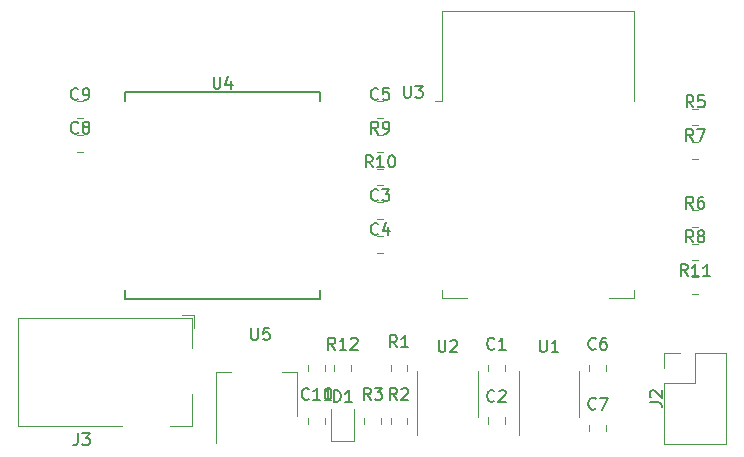
<source format=gto>
G04 #@! TF.GenerationSoftware,KiCad,Pcbnew,5.1.6-c6e7f7d~86~ubuntu19.10.1*
G04 #@! TF.CreationDate,2020-05-26T12:51:18-04:00*
G04 #@! TF.ProjectId,emmon,656d6d6f-6e2e-46b6-9963-61645f706362,rev?*
G04 #@! TF.SameCoordinates,Original*
G04 #@! TF.FileFunction,Legend,Top*
G04 #@! TF.FilePolarity,Positive*
%FSLAX46Y46*%
G04 Gerber Fmt 4.6, Leading zero omitted, Abs format (unit mm)*
G04 Created by KiCad (PCBNEW 5.1.6-c6e7f7d~86~ubuntu19.10.1) date 2020-05-26 12:51:18*
%MOMM*%
%LPD*%
G01*
G04 APERTURE LIST*
%ADD10C,0.120000*%
%ADD11C,0.150000*%
%ADD12C,0.127000*%
G04 APERTURE END LIST*
D10*
X143450000Y-109160000D02*
X144780000Y-109160000D01*
X143450000Y-110490000D02*
X143450000Y-109160000D01*
X146050000Y-109160000D02*
X148650000Y-109160000D01*
X146050000Y-111760000D02*
X146050000Y-109160000D01*
X143450000Y-111760000D02*
X146050000Y-111760000D01*
X148650000Y-109160000D02*
X148650000Y-116900000D01*
X143450000Y-111760000D02*
X143450000Y-116900000D01*
X143450000Y-116900000D02*
X148650000Y-116900000D01*
X103452500Y-106207500D02*
X103452500Y-108807500D01*
X88752500Y-106207500D02*
X103452500Y-106207500D01*
X103452500Y-115407500D02*
X101552500Y-115407500D01*
X103452500Y-112707500D02*
X103452500Y-115407500D01*
X88752500Y-115407500D02*
X88752500Y-106207500D01*
X97552500Y-115407500D02*
X88752500Y-115407500D01*
X102602500Y-106007500D02*
X103652500Y-106007500D01*
X103652500Y-107057500D02*
X103652500Y-106007500D01*
X112312500Y-110802500D02*
X111052500Y-110802500D01*
X105492500Y-110802500D02*
X106752500Y-110802500D01*
X112312500Y-114562500D02*
X112312500Y-110802500D01*
X105492500Y-116812500D02*
X105492500Y-110802500D01*
X124595000Y-87892500D02*
X123985000Y-87892500D01*
X124595000Y-87892500D02*
X124595000Y-80272500D01*
X124595000Y-104512500D02*
X124595000Y-103892500D01*
X126715000Y-104512500D02*
X124595000Y-104512500D01*
X140835000Y-104512500D02*
X138715000Y-104512500D01*
X140835000Y-103892500D02*
X140835000Y-104512500D01*
X140835000Y-80272500D02*
X140835000Y-87892500D01*
X124595000Y-80272500D02*
X140835000Y-80272500D01*
D11*
X114295000Y-87135000D02*
X114295000Y-87885000D01*
X97795000Y-87135000D02*
X114295000Y-87135000D01*
X97795000Y-87885000D02*
X97795000Y-87135000D01*
X114295000Y-104635000D02*
X114295000Y-103885000D01*
X97795000Y-104635000D02*
X114295000Y-104635000D01*
X97795000Y-103885000D02*
X97795000Y-104635000D01*
D10*
X119638578Y-100722500D02*
X119121422Y-100722500D01*
X119638578Y-99302500D02*
X119121422Y-99302500D01*
X119121422Y-96445000D02*
X119638578Y-96445000D01*
X119121422Y-97865000D02*
X119638578Y-97865000D01*
X119121422Y-93587500D02*
X119638578Y-93587500D01*
X119121422Y-95007500D02*
X119638578Y-95007500D01*
X119121422Y-92150000D02*
X119638578Y-92150000D01*
X119121422Y-90730000D02*
X119638578Y-90730000D01*
X119638578Y-89292500D02*
X119121422Y-89292500D01*
X119638578Y-87872500D02*
X119121422Y-87872500D01*
X146308578Y-102795000D02*
X145791422Y-102795000D01*
X146308578Y-104215000D02*
X145791422Y-104215000D01*
X131107500Y-112712500D02*
X131107500Y-116162500D01*
X131107500Y-112712500D02*
X131107500Y-110762500D01*
X136227500Y-112712500D02*
X136227500Y-114662500D01*
X136227500Y-112712500D02*
X136227500Y-110762500D01*
X122535000Y-112712500D02*
X122535000Y-116162500D01*
X122535000Y-112712500D02*
X122535000Y-110762500D01*
X127655000Y-112712500D02*
X127655000Y-114662500D01*
X127655000Y-112712500D02*
X127655000Y-110762500D01*
X121677500Y-110231422D02*
X121677500Y-110748578D01*
X120257500Y-110231422D02*
X120257500Y-110748578D01*
X146323578Y-88507500D02*
X145806422Y-88507500D01*
X146323578Y-89927500D02*
X145806422Y-89927500D01*
X146308578Y-97080000D02*
X145791422Y-97080000D01*
X146308578Y-98500000D02*
X145791422Y-98500000D01*
X146308578Y-101357500D02*
X145791422Y-101357500D01*
X146308578Y-99937500D02*
X145791422Y-99937500D01*
X146308578Y-92785000D02*
X145791422Y-92785000D01*
X146308578Y-91365000D02*
X145791422Y-91365000D01*
X94238578Y-87872500D02*
X93721422Y-87872500D01*
X94238578Y-89292500D02*
X93721422Y-89292500D01*
X94238578Y-90730000D02*
X93721422Y-90730000D01*
X94238578Y-92150000D02*
X93721422Y-92150000D01*
X120257500Y-115193578D02*
X120257500Y-114676422D01*
X121677500Y-115193578D02*
X121677500Y-114676422D01*
X116915000Y-110748578D02*
X116915000Y-110231422D01*
X115495000Y-110748578D02*
X115495000Y-110231422D01*
X113272500Y-114676422D02*
X113272500Y-115193578D01*
X114692500Y-114676422D02*
X114692500Y-115193578D01*
X113272500Y-110231422D02*
X113272500Y-110748578D01*
X114692500Y-110231422D02*
X114692500Y-110748578D01*
X117165000Y-116620000D02*
X117165000Y-113935000D01*
X115245000Y-116620000D02*
X117165000Y-116620000D01*
X115245000Y-113935000D02*
X115245000Y-116620000D01*
X118035000Y-115193578D02*
X118035000Y-114676422D01*
X119455000Y-115193578D02*
X119455000Y-114676422D01*
X137085000Y-115311422D02*
X137085000Y-115828578D01*
X138505000Y-115311422D02*
X138505000Y-115828578D01*
X138505000Y-110763578D02*
X138505000Y-110246422D01*
X137085000Y-110763578D02*
X137085000Y-110246422D01*
X129932500Y-114661422D02*
X129932500Y-115178578D01*
X128512500Y-114661422D02*
X128512500Y-115178578D01*
X128512500Y-110748578D02*
X128512500Y-110231422D01*
X129932500Y-110748578D02*
X129932500Y-110231422D01*
D11*
X142200380Y-113363333D02*
X142914666Y-113363333D01*
X143057523Y-113410952D01*
X143152761Y-113506190D01*
X143200380Y-113649047D01*
X143200380Y-113744285D01*
X142295619Y-112934761D02*
X142248000Y-112887142D01*
X142200380Y-112791904D01*
X142200380Y-112553809D01*
X142248000Y-112458571D01*
X142295619Y-112410952D01*
X142390857Y-112363333D01*
X142486095Y-112363333D01*
X142628952Y-112410952D01*
X143200380Y-112982380D01*
X143200380Y-112363333D01*
X93769166Y-116009880D02*
X93769166Y-116724166D01*
X93721547Y-116867023D01*
X93626309Y-116962261D01*
X93483452Y-117009880D01*
X93388214Y-117009880D01*
X94150119Y-116009880D02*
X94769166Y-116009880D01*
X94435833Y-116390833D01*
X94578690Y-116390833D01*
X94673928Y-116438452D01*
X94721547Y-116486071D01*
X94769166Y-116581309D01*
X94769166Y-116819404D01*
X94721547Y-116914642D01*
X94673928Y-116962261D01*
X94578690Y-117009880D01*
X94292976Y-117009880D01*
X94197738Y-116962261D01*
X94150119Y-116914642D01*
X108458095Y-107084880D02*
X108458095Y-107894404D01*
X108505714Y-107989642D01*
X108553333Y-108037261D01*
X108648571Y-108084880D01*
X108839047Y-108084880D01*
X108934285Y-108037261D01*
X108981904Y-107989642D01*
X109029523Y-107894404D01*
X109029523Y-107084880D01*
X109981904Y-107084880D02*
X109505714Y-107084880D01*
X109458095Y-107561071D01*
X109505714Y-107513452D01*
X109600952Y-107465833D01*
X109839047Y-107465833D01*
X109934285Y-107513452D01*
X109981904Y-107561071D01*
X110029523Y-107656309D01*
X110029523Y-107894404D01*
X109981904Y-107989642D01*
X109934285Y-108037261D01*
X109839047Y-108084880D01*
X109600952Y-108084880D01*
X109505714Y-108037261D01*
X109458095Y-107989642D01*
X121393095Y-86584880D02*
X121393095Y-87394404D01*
X121440714Y-87489642D01*
X121488333Y-87537261D01*
X121583571Y-87584880D01*
X121774047Y-87584880D01*
X121869285Y-87537261D01*
X121916904Y-87489642D01*
X121964523Y-87394404D01*
X121964523Y-86584880D01*
X122345476Y-86584880D02*
X122964523Y-86584880D01*
X122631190Y-86965833D01*
X122774047Y-86965833D01*
X122869285Y-87013452D01*
X122916904Y-87061071D01*
X122964523Y-87156309D01*
X122964523Y-87394404D01*
X122916904Y-87489642D01*
X122869285Y-87537261D01*
X122774047Y-87584880D01*
X122488333Y-87584880D01*
X122393095Y-87537261D01*
X122345476Y-87489642D01*
X105283095Y-85812380D02*
X105283095Y-86621904D01*
X105330714Y-86717142D01*
X105378333Y-86764761D01*
X105473571Y-86812380D01*
X105664047Y-86812380D01*
X105759285Y-86764761D01*
X105806904Y-86717142D01*
X105854523Y-86621904D01*
X105854523Y-85812380D01*
X106759285Y-86145714D02*
X106759285Y-86812380D01*
X106521190Y-85764761D02*
X106283095Y-86479047D01*
X106902142Y-86479047D01*
X119213333Y-99099642D02*
X119165714Y-99147261D01*
X119022857Y-99194880D01*
X118927619Y-99194880D01*
X118784761Y-99147261D01*
X118689523Y-99052023D01*
X118641904Y-98956785D01*
X118594285Y-98766309D01*
X118594285Y-98623452D01*
X118641904Y-98432976D01*
X118689523Y-98337738D01*
X118784761Y-98242500D01*
X118927619Y-98194880D01*
X119022857Y-98194880D01*
X119165714Y-98242500D01*
X119213333Y-98290119D01*
X120070476Y-98528214D02*
X120070476Y-99194880D01*
X119832380Y-98147261D02*
X119594285Y-98861547D01*
X120213333Y-98861547D01*
X119213333Y-96242142D02*
X119165714Y-96289761D01*
X119022857Y-96337380D01*
X118927619Y-96337380D01*
X118784761Y-96289761D01*
X118689523Y-96194523D01*
X118641904Y-96099285D01*
X118594285Y-95908809D01*
X118594285Y-95765952D01*
X118641904Y-95575476D01*
X118689523Y-95480238D01*
X118784761Y-95385000D01*
X118927619Y-95337380D01*
X119022857Y-95337380D01*
X119165714Y-95385000D01*
X119213333Y-95432619D01*
X119546666Y-95337380D02*
X120165714Y-95337380D01*
X119832380Y-95718333D01*
X119975238Y-95718333D01*
X120070476Y-95765952D01*
X120118095Y-95813571D01*
X120165714Y-95908809D01*
X120165714Y-96146904D01*
X120118095Y-96242142D01*
X120070476Y-96289761D01*
X119975238Y-96337380D01*
X119689523Y-96337380D01*
X119594285Y-96289761D01*
X119546666Y-96242142D01*
X118737142Y-93479880D02*
X118403809Y-93003690D01*
X118165714Y-93479880D02*
X118165714Y-92479880D01*
X118546666Y-92479880D01*
X118641904Y-92527500D01*
X118689523Y-92575119D01*
X118737142Y-92670357D01*
X118737142Y-92813214D01*
X118689523Y-92908452D01*
X118641904Y-92956071D01*
X118546666Y-93003690D01*
X118165714Y-93003690D01*
X119689523Y-93479880D02*
X119118095Y-93479880D01*
X119403809Y-93479880D02*
X119403809Y-92479880D01*
X119308571Y-92622738D01*
X119213333Y-92717976D01*
X119118095Y-92765595D01*
X120308571Y-92479880D02*
X120403809Y-92479880D01*
X120499047Y-92527500D01*
X120546666Y-92575119D01*
X120594285Y-92670357D01*
X120641904Y-92860833D01*
X120641904Y-93098928D01*
X120594285Y-93289404D01*
X120546666Y-93384642D01*
X120499047Y-93432261D01*
X120403809Y-93479880D01*
X120308571Y-93479880D01*
X120213333Y-93432261D01*
X120165714Y-93384642D01*
X120118095Y-93289404D01*
X120070476Y-93098928D01*
X120070476Y-92860833D01*
X120118095Y-92670357D01*
X120165714Y-92575119D01*
X120213333Y-92527500D01*
X120308571Y-92479880D01*
X119213333Y-90622380D02*
X118880000Y-90146190D01*
X118641904Y-90622380D02*
X118641904Y-89622380D01*
X119022857Y-89622380D01*
X119118095Y-89670000D01*
X119165714Y-89717619D01*
X119213333Y-89812857D01*
X119213333Y-89955714D01*
X119165714Y-90050952D01*
X119118095Y-90098571D01*
X119022857Y-90146190D01*
X118641904Y-90146190D01*
X119689523Y-90622380D02*
X119880000Y-90622380D01*
X119975238Y-90574761D01*
X120022857Y-90527142D01*
X120118095Y-90384285D01*
X120165714Y-90193809D01*
X120165714Y-89812857D01*
X120118095Y-89717619D01*
X120070476Y-89670000D01*
X119975238Y-89622380D01*
X119784761Y-89622380D01*
X119689523Y-89670000D01*
X119641904Y-89717619D01*
X119594285Y-89812857D01*
X119594285Y-90050952D01*
X119641904Y-90146190D01*
X119689523Y-90193809D01*
X119784761Y-90241428D01*
X119975238Y-90241428D01*
X120070476Y-90193809D01*
X120118095Y-90146190D01*
X120165714Y-90050952D01*
X119213333Y-87669642D02*
X119165714Y-87717261D01*
X119022857Y-87764880D01*
X118927619Y-87764880D01*
X118784761Y-87717261D01*
X118689523Y-87622023D01*
X118641904Y-87526785D01*
X118594285Y-87336309D01*
X118594285Y-87193452D01*
X118641904Y-87002976D01*
X118689523Y-86907738D01*
X118784761Y-86812500D01*
X118927619Y-86764880D01*
X119022857Y-86764880D01*
X119165714Y-86812500D01*
X119213333Y-86860119D01*
X120118095Y-86764880D02*
X119641904Y-86764880D01*
X119594285Y-87241071D01*
X119641904Y-87193452D01*
X119737142Y-87145833D01*
X119975238Y-87145833D01*
X120070476Y-87193452D01*
X120118095Y-87241071D01*
X120165714Y-87336309D01*
X120165714Y-87574404D01*
X120118095Y-87669642D01*
X120070476Y-87717261D01*
X119975238Y-87764880D01*
X119737142Y-87764880D01*
X119641904Y-87717261D01*
X119594285Y-87669642D01*
X145407142Y-102687380D02*
X145073809Y-102211190D01*
X144835714Y-102687380D02*
X144835714Y-101687380D01*
X145216666Y-101687380D01*
X145311904Y-101735000D01*
X145359523Y-101782619D01*
X145407142Y-101877857D01*
X145407142Y-102020714D01*
X145359523Y-102115952D01*
X145311904Y-102163571D01*
X145216666Y-102211190D01*
X144835714Y-102211190D01*
X146359523Y-102687380D02*
X145788095Y-102687380D01*
X146073809Y-102687380D02*
X146073809Y-101687380D01*
X145978571Y-101830238D01*
X145883333Y-101925476D01*
X145788095Y-101973095D01*
X147311904Y-102687380D02*
X146740476Y-102687380D01*
X147026190Y-102687380D02*
X147026190Y-101687380D01*
X146930952Y-101830238D01*
X146835714Y-101925476D01*
X146740476Y-101973095D01*
X132905595Y-108100880D02*
X132905595Y-108910404D01*
X132953214Y-109005642D01*
X133000833Y-109053261D01*
X133096071Y-109100880D01*
X133286547Y-109100880D01*
X133381785Y-109053261D01*
X133429404Y-109005642D01*
X133477023Y-108910404D01*
X133477023Y-108100880D01*
X134477023Y-109100880D02*
X133905595Y-109100880D01*
X134191309Y-109100880D02*
X134191309Y-108100880D01*
X134096071Y-108243738D01*
X134000833Y-108338976D01*
X133905595Y-108386595D01*
X124333095Y-108100880D02*
X124333095Y-108910404D01*
X124380714Y-109005642D01*
X124428333Y-109053261D01*
X124523571Y-109100880D01*
X124714047Y-109100880D01*
X124809285Y-109053261D01*
X124856904Y-109005642D01*
X124904523Y-108910404D01*
X124904523Y-108100880D01*
X125333095Y-108196119D02*
X125380714Y-108148500D01*
X125475952Y-108100880D01*
X125714047Y-108100880D01*
X125809285Y-108148500D01*
X125856904Y-108196119D01*
X125904523Y-108291357D01*
X125904523Y-108386595D01*
X125856904Y-108529452D01*
X125285476Y-109100880D01*
X125904523Y-109100880D01*
D12*
X120800833Y-108719880D02*
X120467500Y-108243690D01*
X120229404Y-108719880D02*
X120229404Y-107719880D01*
X120610357Y-107719880D01*
X120705595Y-107767500D01*
X120753214Y-107815119D01*
X120800833Y-107910357D01*
X120800833Y-108053214D01*
X120753214Y-108148452D01*
X120705595Y-108196071D01*
X120610357Y-108243690D01*
X120229404Y-108243690D01*
X121753214Y-108719880D02*
X121181785Y-108719880D01*
X121467500Y-108719880D02*
X121467500Y-107719880D01*
X121372261Y-107862738D01*
X121277023Y-107957976D01*
X121181785Y-108005595D01*
D11*
X145898333Y-88399880D02*
X145565000Y-87923690D01*
X145326904Y-88399880D02*
X145326904Y-87399880D01*
X145707857Y-87399880D01*
X145803095Y-87447500D01*
X145850714Y-87495119D01*
X145898333Y-87590357D01*
X145898333Y-87733214D01*
X145850714Y-87828452D01*
X145803095Y-87876071D01*
X145707857Y-87923690D01*
X145326904Y-87923690D01*
X146803095Y-87399880D02*
X146326904Y-87399880D01*
X146279285Y-87876071D01*
X146326904Y-87828452D01*
X146422142Y-87780833D01*
X146660238Y-87780833D01*
X146755476Y-87828452D01*
X146803095Y-87876071D01*
X146850714Y-87971309D01*
X146850714Y-88209404D01*
X146803095Y-88304642D01*
X146755476Y-88352261D01*
X146660238Y-88399880D01*
X146422142Y-88399880D01*
X146326904Y-88352261D01*
X146279285Y-88304642D01*
X145883333Y-96972380D02*
X145550000Y-96496190D01*
X145311904Y-96972380D02*
X145311904Y-95972380D01*
X145692857Y-95972380D01*
X145788095Y-96020000D01*
X145835714Y-96067619D01*
X145883333Y-96162857D01*
X145883333Y-96305714D01*
X145835714Y-96400952D01*
X145788095Y-96448571D01*
X145692857Y-96496190D01*
X145311904Y-96496190D01*
X146740476Y-95972380D02*
X146550000Y-95972380D01*
X146454761Y-96020000D01*
X146407142Y-96067619D01*
X146311904Y-96210476D01*
X146264285Y-96400952D01*
X146264285Y-96781904D01*
X146311904Y-96877142D01*
X146359523Y-96924761D01*
X146454761Y-96972380D01*
X146645238Y-96972380D01*
X146740476Y-96924761D01*
X146788095Y-96877142D01*
X146835714Y-96781904D01*
X146835714Y-96543809D01*
X146788095Y-96448571D01*
X146740476Y-96400952D01*
X146645238Y-96353333D01*
X146454761Y-96353333D01*
X146359523Y-96400952D01*
X146311904Y-96448571D01*
X146264285Y-96543809D01*
X145883333Y-99829880D02*
X145550000Y-99353690D01*
X145311904Y-99829880D02*
X145311904Y-98829880D01*
X145692857Y-98829880D01*
X145788095Y-98877500D01*
X145835714Y-98925119D01*
X145883333Y-99020357D01*
X145883333Y-99163214D01*
X145835714Y-99258452D01*
X145788095Y-99306071D01*
X145692857Y-99353690D01*
X145311904Y-99353690D01*
X146454761Y-99258452D02*
X146359523Y-99210833D01*
X146311904Y-99163214D01*
X146264285Y-99067976D01*
X146264285Y-99020357D01*
X146311904Y-98925119D01*
X146359523Y-98877500D01*
X146454761Y-98829880D01*
X146645238Y-98829880D01*
X146740476Y-98877500D01*
X146788095Y-98925119D01*
X146835714Y-99020357D01*
X146835714Y-99067976D01*
X146788095Y-99163214D01*
X146740476Y-99210833D01*
X146645238Y-99258452D01*
X146454761Y-99258452D01*
X146359523Y-99306071D01*
X146311904Y-99353690D01*
X146264285Y-99448928D01*
X146264285Y-99639404D01*
X146311904Y-99734642D01*
X146359523Y-99782261D01*
X146454761Y-99829880D01*
X146645238Y-99829880D01*
X146740476Y-99782261D01*
X146788095Y-99734642D01*
X146835714Y-99639404D01*
X146835714Y-99448928D01*
X146788095Y-99353690D01*
X146740476Y-99306071D01*
X146645238Y-99258452D01*
X145883333Y-91257380D02*
X145550000Y-90781190D01*
X145311904Y-91257380D02*
X145311904Y-90257380D01*
X145692857Y-90257380D01*
X145788095Y-90305000D01*
X145835714Y-90352619D01*
X145883333Y-90447857D01*
X145883333Y-90590714D01*
X145835714Y-90685952D01*
X145788095Y-90733571D01*
X145692857Y-90781190D01*
X145311904Y-90781190D01*
X146216666Y-90257380D02*
X146883333Y-90257380D01*
X146454761Y-91257380D01*
X93813333Y-87669642D02*
X93765714Y-87717261D01*
X93622857Y-87764880D01*
X93527619Y-87764880D01*
X93384761Y-87717261D01*
X93289523Y-87622023D01*
X93241904Y-87526785D01*
X93194285Y-87336309D01*
X93194285Y-87193452D01*
X93241904Y-87002976D01*
X93289523Y-86907738D01*
X93384761Y-86812500D01*
X93527619Y-86764880D01*
X93622857Y-86764880D01*
X93765714Y-86812500D01*
X93813333Y-86860119D01*
X94289523Y-87764880D02*
X94480000Y-87764880D01*
X94575238Y-87717261D01*
X94622857Y-87669642D01*
X94718095Y-87526785D01*
X94765714Y-87336309D01*
X94765714Y-86955357D01*
X94718095Y-86860119D01*
X94670476Y-86812500D01*
X94575238Y-86764880D01*
X94384761Y-86764880D01*
X94289523Y-86812500D01*
X94241904Y-86860119D01*
X94194285Y-86955357D01*
X94194285Y-87193452D01*
X94241904Y-87288690D01*
X94289523Y-87336309D01*
X94384761Y-87383928D01*
X94575238Y-87383928D01*
X94670476Y-87336309D01*
X94718095Y-87288690D01*
X94765714Y-87193452D01*
X93813333Y-90527142D02*
X93765714Y-90574761D01*
X93622857Y-90622380D01*
X93527619Y-90622380D01*
X93384761Y-90574761D01*
X93289523Y-90479523D01*
X93241904Y-90384285D01*
X93194285Y-90193809D01*
X93194285Y-90050952D01*
X93241904Y-89860476D01*
X93289523Y-89765238D01*
X93384761Y-89670000D01*
X93527619Y-89622380D01*
X93622857Y-89622380D01*
X93765714Y-89670000D01*
X93813333Y-89717619D01*
X94384761Y-90050952D02*
X94289523Y-90003333D01*
X94241904Y-89955714D01*
X94194285Y-89860476D01*
X94194285Y-89812857D01*
X94241904Y-89717619D01*
X94289523Y-89670000D01*
X94384761Y-89622380D01*
X94575238Y-89622380D01*
X94670476Y-89670000D01*
X94718095Y-89717619D01*
X94765714Y-89812857D01*
X94765714Y-89860476D01*
X94718095Y-89955714D01*
X94670476Y-90003333D01*
X94575238Y-90050952D01*
X94384761Y-90050952D01*
X94289523Y-90098571D01*
X94241904Y-90146190D01*
X94194285Y-90241428D01*
X94194285Y-90431904D01*
X94241904Y-90527142D01*
X94289523Y-90574761D01*
X94384761Y-90622380D01*
X94575238Y-90622380D01*
X94670476Y-90574761D01*
X94718095Y-90527142D01*
X94765714Y-90431904D01*
X94765714Y-90241428D01*
X94718095Y-90146190D01*
X94670476Y-90098571D01*
X94575238Y-90050952D01*
X120800833Y-113164880D02*
X120467500Y-112688690D01*
X120229404Y-113164880D02*
X120229404Y-112164880D01*
X120610357Y-112164880D01*
X120705595Y-112212500D01*
X120753214Y-112260119D01*
X120800833Y-112355357D01*
X120800833Y-112498214D01*
X120753214Y-112593452D01*
X120705595Y-112641071D01*
X120610357Y-112688690D01*
X120229404Y-112688690D01*
X121181785Y-112260119D02*
X121229404Y-112212500D01*
X121324642Y-112164880D01*
X121562738Y-112164880D01*
X121657976Y-112212500D01*
X121705595Y-112260119D01*
X121753214Y-112355357D01*
X121753214Y-112450595D01*
X121705595Y-112593452D01*
X121134166Y-113164880D01*
X121753214Y-113164880D01*
X115562142Y-108910380D02*
X115228809Y-108434190D01*
X114990714Y-108910380D02*
X114990714Y-107910380D01*
X115371666Y-107910380D01*
X115466904Y-107958000D01*
X115514523Y-108005619D01*
X115562142Y-108100857D01*
X115562142Y-108243714D01*
X115514523Y-108338952D01*
X115466904Y-108386571D01*
X115371666Y-108434190D01*
X114990714Y-108434190D01*
X116514523Y-108910380D02*
X115943095Y-108910380D01*
X116228809Y-108910380D02*
X116228809Y-107910380D01*
X116133571Y-108053238D01*
X116038333Y-108148476D01*
X115943095Y-108196095D01*
X116895476Y-108005619D02*
X116943095Y-107958000D01*
X117038333Y-107910380D01*
X117276428Y-107910380D01*
X117371666Y-107958000D01*
X117419285Y-108005619D01*
X117466904Y-108100857D01*
X117466904Y-108196095D01*
X117419285Y-108338952D01*
X116847857Y-108910380D01*
X117466904Y-108910380D01*
X113339642Y-113069642D02*
X113292023Y-113117261D01*
X113149166Y-113164880D01*
X113053928Y-113164880D01*
X112911071Y-113117261D01*
X112815833Y-113022023D01*
X112768214Y-112926785D01*
X112720595Y-112736309D01*
X112720595Y-112593452D01*
X112768214Y-112402976D01*
X112815833Y-112307738D01*
X112911071Y-112212500D01*
X113053928Y-112164880D01*
X113149166Y-112164880D01*
X113292023Y-112212500D01*
X113339642Y-112260119D01*
X114292023Y-113164880D02*
X113720595Y-113164880D01*
X114006309Y-113164880D02*
X114006309Y-112164880D01*
X113911071Y-112307738D01*
X113815833Y-112402976D01*
X113720595Y-112450595D01*
X114911071Y-112164880D02*
X115006309Y-112164880D01*
X115101547Y-112212500D01*
X115149166Y-112260119D01*
X115196785Y-112355357D01*
X115244404Y-112545833D01*
X115244404Y-112783928D01*
X115196785Y-112974404D01*
X115149166Y-113069642D01*
X115101547Y-113117261D01*
X115006309Y-113164880D01*
X114911071Y-113164880D01*
X114815833Y-113117261D01*
X114768214Y-113069642D01*
X114720595Y-112974404D01*
X114672976Y-112783928D01*
X114672976Y-112545833D01*
X114720595Y-112355357D01*
X114768214Y-112260119D01*
X114815833Y-112212500D01*
X114911071Y-112164880D01*
X113339642Y-113069642D02*
X113292023Y-113117261D01*
X113149166Y-113164880D01*
X113053928Y-113164880D01*
X112911071Y-113117261D01*
X112815833Y-113022023D01*
X112768214Y-112926785D01*
X112720595Y-112736309D01*
X112720595Y-112593452D01*
X112768214Y-112402976D01*
X112815833Y-112307738D01*
X112911071Y-112212500D01*
X113053928Y-112164880D01*
X113149166Y-112164880D01*
X113292023Y-112212500D01*
X113339642Y-112260119D01*
X114292023Y-113164880D02*
X113720595Y-113164880D01*
X114006309Y-113164880D02*
X114006309Y-112164880D01*
X113911071Y-112307738D01*
X113815833Y-112402976D01*
X113720595Y-112450595D01*
X115244404Y-113164880D02*
X114672976Y-113164880D01*
X114958690Y-113164880D02*
X114958690Y-112164880D01*
X114863452Y-112307738D01*
X114768214Y-112402976D01*
X114672976Y-112450595D01*
X115466904Y-113355380D02*
X115466904Y-112355380D01*
X115705000Y-112355380D01*
X115847857Y-112403000D01*
X115943095Y-112498238D01*
X115990714Y-112593476D01*
X116038333Y-112783952D01*
X116038333Y-112926809D01*
X115990714Y-113117285D01*
X115943095Y-113212523D01*
X115847857Y-113307761D01*
X115705000Y-113355380D01*
X115466904Y-113355380D01*
X116990714Y-113355380D02*
X116419285Y-113355380D01*
X116705000Y-113355380D02*
X116705000Y-112355380D01*
X116609761Y-112498238D01*
X116514523Y-112593476D01*
X116419285Y-112641095D01*
X118578333Y-113164880D02*
X118245000Y-112688690D01*
X118006904Y-113164880D02*
X118006904Y-112164880D01*
X118387857Y-112164880D01*
X118483095Y-112212500D01*
X118530714Y-112260119D01*
X118578333Y-112355357D01*
X118578333Y-112498214D01*
X118530714Y-112593452D01*
X118483095Y-112641071D01*
X118387857Y-112688690D01*
X118006904Y-112688690D01*
X118911666Y-112164880D02*
X119530714Y-112164880D01*
X119197380Y-112545833D01*
X119340238Y-112545833D01*
X119435476Y-112593452D01*
X119483095Y-112641071D01*
X119530714Y-112736309D01*
X119530714Y-112974404D01*
X119483095Y-113069642D01*
X119435476Y-113117261D01*
X119340238Y-113164880D01*
X119054523Y-113164880D01*
X118959285Y-113117261D01*
X118911666Y-113069642D01*
X137628333Y-113895142D02*
X137580714Y-113942761D01*
X137437857Y-113990380D01*
X137342619Y-113990380D01*
X137199761Y-113942761D01*
X137104523Y-113847523D01*
X137056904Y-113752285D01*
X137009285Y-113561809D01*
X137009285Y-113418952D01*
X137056904Y-113228476D01*
X137104523Y-113133238D01*
X137199761Y-113038000D01*
X137342619Y-112990380D01*
X137437857Y-112990380D01*
X137580714Y-113038000D01*
X137628333Y-113085619D01*
X137961666Y-112990380D02*
X138628333Y-112990380D01*
X138199761Y-113990380D01*
X137628333Y-108830142D02*
X137580714Y-108877761D01*
X137437857Y-108925380D01*
X137342619Y-108925380D01*
X137199761Y-108877761D01*
X137104523Y-108782523D01*
X137056904Y-108687285D01*
X137009285Y-108496809D01*
X137009285Y-108353952D01*
X137056904Y-108163476D01*
X137104523Y-108068238D01*
X137199761Y-107973000D01*
X137342619Y-107925380D01*
X137437857Y-107925380D01*
X137580714Y-107973000D01*
X137628333Y-108020619D01*
X138485476Y-107925380D02*
X138295000Y-107925380D01*
X138199761Y-107973000D01*
X138152142Y-108020619D01*
X138056904Y-108163476D01*
X138009285Y-108353952D01*
X138009285Y-108734904D01*
X138056904Y-108830142D01*
X138104523Y-108877761D01*
X138199761Y-108925380D01*
X138390238Y-108925380D01*
X138485476Y-108877761D01*
X138533095Y-108830142D01*
X138580714Y-108734904D01*
X138580714Y-108496809D01*
X138533095Y-108401571D01*
X138485476Y-108353952D01*
X138390238Y-108306333D01*
X138199761Y-108306333D01*
X138104523Y-108353952D01*
X138056904Y-108401571D01*
X138009285Y-108496809D01*
X129055833Y-113245142D02*
X129008214Y-113292761D01*
X128865357Y-113340380D01*
X128770119Y-113340380D01*
X128627261Y-113292761D01*
X128532023Y-113197523D01*
X128484404Y-113102285D01*
X128436785Y-112911809D01*
X128436785Y-112768952D01*
X128484404Y-112578476D01*
X128532023Y-112483238D01*
X128627261Y-112388000D01*
X128770119Y-112340380D01*
X128865357Y-112340380D01*
X129008214Y-112388000D01*
X129055833Y-112435619D01*
X129436785Y-112435619D02*
X129484404Y-112388000D01*
X129579642Y-112340380D01*
X129817738Y-112340380D01*
X129912976Y-112388000D01*
X129960595Y-112435619D01*
X130008214Y-112530857D01*
X130008214Y-112626095D01*
X129960595Y-112768952D01*
X129389166Y-113340380D01*
X130008214Y-113340380D01*
X129055833Y-108815142D02*
X129008214Y-108862761D01*
X128865357Y-108910380D01*
X128770119Y-108910380D01*
X128627261Y-108862761D01*
X128532023Y-108767523D01*
X128484404Y-108672285D01*
X128436785Y-108481809D01*
X128436785Y-108338952D01*
X128484404Y-108148476D01*
X128532023Y-108053238D01*
X128627261Y-107958000D01*
X128770119Y-107910380D01*
X128865357Y-107910380D01*
X129008214Y-107958000D01*
X129055833Y-108005619D01*
X130008214Y-108910380D02*
X129436785Y-108910380D01*
X129722500Y-108910380D02*
X129722500Y-107910380D01*
X129627261Y-108053238D01*
X129532023Y-108148476D01*
X129436785Y-108196095D01*
M02*

</source>
